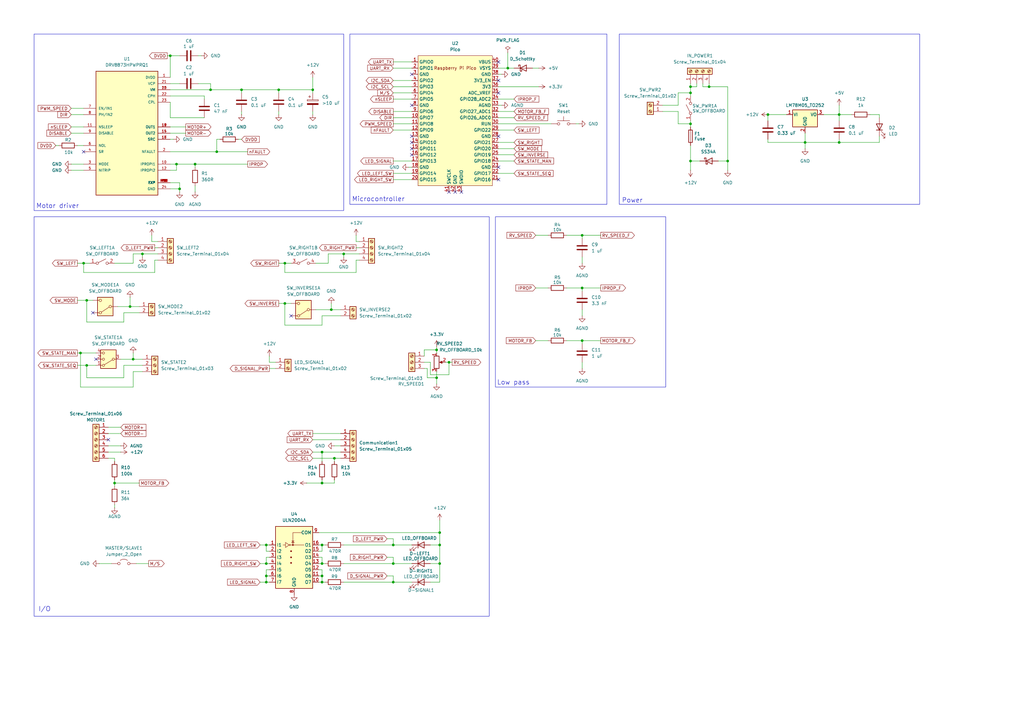
<source format=kicad_sch>
(kicad_sch (version 20231120) (generator "eeschema") (generator_version "8.0")
  (paper "A3")
  (junction (at 238.76 118.11))
  (junction (at 46.99 198.12))
  (junction (at 161.29 238.76))
  (junction (at 180.34 218.44))
  (junction (at 73.66 77.47))
  (junction (at 132.08 238.76))
  (junction (at 179.07 154.94))
  (junction (at 283.21 35.56))
  (junction (at 72.39 67.31))
  (junction (at 238.76 139.7))
  (junction (at 283.21 50.8))
  (junction (at 116.84 124.46))
  (junction (at 114.3 36.83))
  (junction (at 132.08 236.22))
  (junction (at 99.06 36.83))
  (junction (at 86.36 36.83))
  (junction (at 109.22 231.14))
  (junction (at 132.08 185.42))
  (junction (at 35.56 149.86))
  (junction (at 184.15 148.59))
  (junction (at 35.56 123.19))
  (junction (at 161.29 223.52))
  (junction (at 314.96 46.99))
  (junction (at 283.21 38.1))
  (junction (at 69.85 22.86))
  (junction (at 137.16 187.96))
  (junction (at 80.01 67.31))
  (junction (at 109.22 223.52))
  (junction (at 109.22 238.76))
  (junction (at 53.34 125.73))
  (junction (at 34.29 107.95))
  (junction (at 54.61 147.32))
  (junction (at 161.29 231.14))
  (junction (at 132.08 231.14))
  (junction (at 109.22 236.22))
  (junction (at 140.97 104.14))
  (junction (at 344.17 58.42))
  (junction (at 132.08 198.12))
  (junction (at 238.76 96.52))
  (junction (at 180.34 231.14))
  (junction (at 290.83 35.56))
  (junction (at 58.42 104.14))
  (junction (at 283.21 66.04))
  (junction (at 344.17 46.99))
  (junction (at 132.08 223.52))
  (junction (at 33.02 144.78))
  (junction (at 179.07 143.51))
  (junction (at 88.9 62.23))
  (junction (at 116.84 107.95))
  (junction (at 330.2 58.42))
  (junction (at 208.28 27.94))
  (junction (at 135.89 127))
  (junction (at 128.27 36.83))
  (junction (at 180.34 223.52))
  (junction (at 298.45 66.04))
  (no_connect (at 204.47 55.88))
  (no_connect (at 119.38 129.54))
  (no_connect (at 168.91 55.88))
  (no_connect (at 186.69 78.74))
  (no_connect (at 168.91 63.5))
  (no_connect (at 189.23 78.74))
  (no_connect (at 38.1 128.27))
  (no_connect (at 39.37 147.32))
  (no_connect (at 34.29 62.23))
  (no_connect (at 204.47 73.66))
  (no_connect (at 168.91 30.48))
  (no_connect (at 168.91 58.42))
  (no_connect (at 204.47 38.1))
  (no_connect (at 204.47 68.58))
  (no_connect (at 204.47 25.4))
  (no_connect (at 168.91 43.18))
  (no_connect (at 184.15 78.74))
  (no_connect (at 44.45 180.34))
  (no_connect (at 204.47 33.02))
  (no_connect (at 168.91 60.96))
  (wire (pts (xy 161.29 48.26) (xy 168.91 48.26)))
  (wire (pts (xy 238.76 139.7) (xy 246.38 139.7)))
  (wire (pts (xy 116.84 107.95) (xy 116.84 111.76)))
  (wire (pts (xy 158.75 236.22) (xy 161.29 236.22)))
  (wire (pts (xy 128.27 38.1) (xy 128.27 36.83)))
  (wire (pts (xy 31.75 107.95) (xy 34.29 107.95)))
  (wire (pts (xy 360.68 55.88) (xy 360.68 58.42)))
  (wire (pts (xy 133.35 223.52) (xy 132.08 223.52)))
  (wire (pts (xy 128.27 177.8) (xy 139.7 177.8)))
  (wire (pts (xy 22.86 59.69) (xy 24.13 59.69)))
  (wire (pts (xy 180.34 223.52) (xy 180.34 218.44)))
  (wire (pts (xy 238.76 118.11) (xy 246.38 118.11)))
  (wire (pts (xy 109.22 231.14) (xy 110.49 231.14)))
  (wire (pts (xy 161.29 71.12) (xy 168.91 71.12)))
  (wire (pts (xy 116.84 124.46) (xy 119.38 124.46)))
  (wire (pts (xy 140.97 104.14) (xy 147.32 104.14)))
  (wire (pts (xy 50.8 128.27) (xy 50.8 132.08)))
  (wire (pts (xy 69.85 22.86) (xy 69.85 31.75)))
  (wire (pts (xy 69.85 74.93) (xy 73.66 74.93)))
  (wire (pts (xy 278.13 45.72) (xy 278.13 50.8)))
  (wire (pts (xy 184.15 148.59) (xy 185.42 148.59)))
  (wire (pts (xy 29.21 46.99) (xy 34.29 46.99)))
  (wire (pts (xy 109.22 226.06) (xy 109.22 223.52)))
  (wire (pts (xy 36.83 107.95) (xy 34.29 107.95)))
  (wire (pts (xy 132.08 196.85) (xy 132.08 198.12)))
  (wire (pts (xy 161.29 231.14) (xy 168.91 231.14)))
  (wire (pts (xy 109.22 238.76) (xy 110.49 238.76)))
  (wire (pts (xy 132.08 185.42) (xy 132.08 189.23)))
  (wire (pts (xy 238.76 118.11) (xy 238.76 119.38)))
  (wire (pts (xy 62.23 96.52) (xy 62.23 99.06)))
  (wire (pts (xy 175.26 154.94) (xy 179.07 154.94)))
  (wire (pts (xy 238.76 96.52) (xy 238.76 97.79)))
  (wire (pts (xy 146.05 111.76) (xy 146.05 106.68)))
  (wire (pts (xy 69.85 39.37) (xy 83.82 39.37)))
  (wire (pts (xy 99.06 36.83) (xy 114.3 36.83)))
  (wire (pts (xy 110.49 236.22) (xy 109.22 236.22)))
  (wire (pts (xy 40.64 231.14) (xy 45.72 231.14)))
  (wire (pts (xy 271.78 45.72) (xy 278.13 45.72)))
  (wire (pts (xy 54.61 107.95) (xy 54.61 104.14)))
  (wire (pts (xy 134.62 104.14) (xy 134.62 107.95)))
  (wire (pts (xy 35.56 132.08) (xy 35.56 123.19)))
  (wire (pts (xy 176.53 238.76) (xy 180.34 238.76)))
  (wire (pts (xy 175.26 151.13) (xy 175.26 154.94)))
  (wire (pts (xy 204.47 71.12) (xy 210.82 71.12)))
  (wire (pts (xy 161.29 220.98) (xy 161.29 223.52)))
  (wire (pts (xy 173.99 148.59) (xy 176.53 148.59)))
  (wire (pts (xy 110.49 146.05) (xy 110.49 148.59)))
  (wire (pts (xy 137.16 187.96) (xy 137.16 189.23)))
  (wire (pts (xy 69.85 52.07) (xy 76.2 52.07)))
  (wire (pts (xy 238.76 148.59) (xy 238.76 151.13)))
  (wire (pts (xy 63.5 111.76) (xy 63.5 106.68)))
  (wire (pts (xy 139.7 129.54) (xy 132.08 129.54)))
  (wire (pts (xy 238.76 96.52) (xy 246.38 96.52)))
  (wire (pts (xy 288.29 35.56) (xy 290.83 35.56)))
  (wire (pts (xy 53.34 121.92) (xy 53.34 125.73)))
  (wire (pts (xy 283.21 38.1) (xy 283.21 39.37)))
  (wire (pts (xy 236.22 50.8) (xy 237.49 50.8)))
  (wire (pts (xy 132.08 231.14) (xy 133.35 231.14)))
  (wire (pts (xy 344.17 58.42) (xy 360.68 58.42)))
  (wire (pts (xy 46.99 207.01) (xy 46.99 208.28)))
  (wire (pts (xy 46.99 189.23) (xy 46.99 187.96)))
  (wire (pts (xy 167.64 68.58) (xy 168.91 68.58)))
  (wire (pts (xy 55.88 231.14) (xy 60.96 231.14)))
  (wire (pts (xy 130.81 226.06) (xy 132.08 226.06)))
  (wire (pts (xy 73.66 77.47) (xy 69.85 77.47)))
  (wire (pts (xy 130.81 218.44) (xy 180.34 218.44)))
  (wire (pts (xy 161.29 228.6) (xy 161.29 231.14)))
  (wire (pts (xy 99.06 45.72) (xy 99.06 46.99)))
  (wire (pts (xy 109.22 228.6) (xy 109.22 231.14)))
  (wire (pts (xy 128.27 180.34) (xy 139.7 180.34)))
  (wire (pts (xy 73.66 77.47) (xy 73.66 78.74)))
  (wire (pts (xy 132.08 228.6) (xy 132.08 231.14)))
  (wire (pts (xy 238.76 127) (xy 238.76 129.54)))
  (wire (pts (xy 125.73 198.12) (xy 132.08 198.12)))
  (wire (pts (xy 344.17 46.99) (xy 349.25 46.99)))
  (wire (pts (xy 219.71 139.7) (xy 224.79 139.7)))
  (wire (pts (xy 278.13 43.18) (xy 278.13 38.1)))
  (wire (pts (xy 128.27 187.96) (xy 137.16 187.96)))
  (wire (pts (xy 135.89 127) (xy 139.7 127)))
  (wire (pts (xy 161.29 238.76) (xy 168.91 238.76)))
  (wire (pts (xy 29.21 54.61) (xy 34.29 54.61)))
  (wire (pts (xy 285.75 34.29) (xy 285.75 35.56)))
  (wire (pts (xy 314.96 46.99) (xy 314.96 49.53)))
  (wire (pts (xy 130.81 223.52) (xy 132.08 223.52)))
  (wire (pts (xy 180.34 238.76) (xy 180.34 231.14)))
  (wire (pts (xy 204.47 50.8) (xy 226.06 50.8)))
  (wire (pts (xy 173.99 151.13) (xy 175.26 151.13)))
  (wire (pts (xy 238.76 139.7) (xy 238.76 140.97)))
  (wire (pts (xy 114.3 36.83) (xy 114.3 38.1)))
  (wire (pts (xy 31.75 144.78) (xy 33.02 144.78)))
  (wire (pts (xy 81.28 22.86) (xy 82.55 22.86)))
  (wire (pts (xy 72.39 67.31) (xy 80.01 67.31)))
  (wire (pts (xy 54.61 152.4) (xy 54.61 158.75)))
  (wire (pts (xy 119.38 107.95) (xy 116.84 107.95)))
  (wire (pts (xy 161.29 27.94) (xy 168.91 27.94)))
  (wire (pts (xy 68.58 22.86) (xy 69.85 22.86)))
  (wire (pts (xy 69.85 62.23) (xy 88.9 62.23)))
  (wire (pts (xy 132.08 198.12) (xy 137.16 198.12)))
  (wire (pts (xy 204.47 43.18) (xy 205.74 43.18)))
  (wire (pts (xy 137.16 198.12) (xy 137.16 196.85)))
  (wire (pts (xy 53.34 125.73) (xy 57.15 125.73)))
  (wire (pts (xy 69.85 54.61) (xy 76.2 54.61)))
  (wire (pts (xy 54.61 147.32) (xy 58.42 147.32)))
  (wire (pts (xy 140.97 104.14) (xy 140.97 105.41)))
  (wire (pts (xy 146.05 106.68) (xy 147.32 106.68)))
  (wire (pts (xy 34.29 111.76) (xy 63.5 111.76)))
  (wire (pts (xy 161.29 73.66) (xy 168.91 73.66)))
  (wire (pts (xy 44.45 185.42) (xy 49.53 185.42)))
  (wire (pts (xy 161.29 45.72) (xy 168.91 45.72)))
  (wire (pts (xy 69.85 48.26) (xy 69.85 41.91)))
  (wire (pts (xy 204.47 40.64) (xy 210.82 40.64)))
  (wire (pts (xy 130.81 233.68) (xy 132.08 233.68)))
  (wire (pts (xy 137.16 187.96) (xy 139.7 187.96)))
  (wire (pts (xy 31.75 123.19) (xy 35.56 123.19)))
  (wire (pts (xy 46.99 187.96) (xy 44.45 187.96)))
  (wire (pts (xy 88.9 57.15) (xy 88.9 62.23)))
  (wire (pts (xy 344.17 43.18) (xy 344.17 46.99)))
  (wire (pts (xy 294.64 66.04) (xy 298.45 66.04)))
  (wire (pts (xy 128.27 31.75) (xy 128.27 36.83)))
  (wire (pts (xy 35.56 149.86) (xy 39.37 149.86)))
  (wire (pts (xy 360.68 46.99) (xy 360.68 48.26)))
  (wire (pts (xy 58.42 149.86) (xy 50.8 149.86)))
  (wire (pts (xy 81.28 34.29) (xy 86.36 34.29)))
  (wire (pts (xy 54.61 104.14) (xy 58.42 104.14)))
  (wire (pts (xy 106.68 231.14) (xy 109.22 231.14)))
  (wire (pts (xy 46.99 198.12) (xy 46.99 199.39)))
  (wire (pts (xy 97.79 57.15) (xy 99.06 57.15)))
  (wire (pts (xy 69.85 67.31) (xy 72.39 67.31)))
  (wire (pts (xy 179.07 143.51) (xy 179.07 144.78)))
  (wire (pts (xy 283.21 50.8) (xy 283.21 52.07)))
  (wire (pts (xy 130.81 231.14) (xy 132.08 231.14)))
  (wire (pts (xy 238.76 105.41) (xy 238.76 107.95)))
  (wire (pts (xy 50.8 132.08) (xy 35.56 132.08)))
  (wire (pts (xy 58.42 104.14) (xy 64.77 104.14)))
  (wire (pts (xy 109.22 233.68) (xy 109.22 236.22)))
  (wire (pts (xy 322.58 46.99) (xy 314.96 46.99)))
  (wire (pts (xy 283.21 66.04) (xy 283.21 69.85)))
  (wire (pts (xy 161.29 53.34) (xy 168.91 53.34)))
  (wire (pts (xy 161.29 40.64) (xy 168.91 40.64)))
  (wire (pts (xy 176.53 148.59) (xy 176.53 153.67)))
  (wire (pts (xy 298.45 66.04) (xy 298.45 69.85)))
  (wire (pts (xy 114.3 124.46) (xy 116.84 124.46)))
  (wire (pts (xy 219.71 118.11) (xy 224.79 118.11)))
  (wire (pts (xy 161.29 33.02) (xy 168.91 33.02)))
  (wire (pts (xy 208.28 27.94) (xy 210.82 27.94)))
  (wire (pts (xy 106.68 238.76) (xy 109.22 238.76)))
  (wire (pts (xy 80.01 68.58) (xy 80.01 67.31)))
  (wire (pts (xy 204.47 63.5) (xy 210.82 63.5)))
  (wire (pts (xy 134.62 104.14) (xy 140.97 104.14)))
  (wire (pts (xy 54.61 144.78) (xy 54.61 147.32)))
  (wire (pts (xy 129.54 107.95) (xy 134.62 107.95)))
  (wire (pts (xy 135.89 124.46) (xy 135.89 127)))
  (wire (pts (xy 204.47 48.26) (xy 210.82 48.26)))
  (wire (pts (xy 204.47 27.94) (xy 208.28 27.94)))
  (wire (pts (xy 114.3 36.83) (xy 128.27 36.83)))
  (wire (pts (xy 31.75 149.86) (xy 35.56 149.86)))
  (wire (pts (xy 161.29 223.52) (xy 168.91 223.52)))
  (wire (pts (xy 132.08 238.76) (xy 133.35 238.76)))
  (wire (pts (xy 80.01 78.74) (xy 80.01 76.2)))
  (wire (pts (xy 146.05 96.52) (xy 146.05 99.06)))
  (wire (pts (xy 58.42 152.4) (xy 54.61 152.4)))
  (wire (pts (xy 176.53 231.14) (xy 180.34 231.14)))
  (wire (pts (xy 161.29 236.22) (xy 161.29 238.76)))
  (wire (pts (xy 278.13 38.1) (xy 283.21 38.1)))
  (wire (pts (xy 69.85 36.83) (xy 86.36 36.83)))
  (wire (pts (xy 179.07 154.94) (xy 179.07 157.48)))
  (wire (pts (xy 58.42 104.14) (xy 58.42 105.41)))
  (wire (pts (xy 109.22 223.52) (xy 110.49 223.52)))
  (wire (pts (xy 72.39 69.85) (xy 72.39 67.31)))
  (wire (pts (xy 204.47 58.42) (xy 210.82 58.42)))
  (wire (pts (xy 46.99 107.95) (xy 54.61 107.95)))
  (wire (pts (xy 109.22 236.22) (xy 109.22 238.76)))
  (wire (pts (xy 29.21 67.31) (xy 34.29 67.31)))
  (wire (pts (xy 232.41 118.11) (xy 238.76 118.11)))
  (wire (pts (xy 69.85 69.85) (xy 72.39 69.85)))
  (wire (pts (xy 219.71 96.52) (xy 224.79 96.52)))
  (wire (pts (xy 63.5 101.6) (xy 64.77 101.6)))
  (wire (pts (xy 283.21 35.56) (xy 283.21 38.1)))
  (wire (pts (xy 116.84 111.76) (xy 146.05 111.76)))
  (wire (pts (xy 35.56 123.19) (xy 38.1 123.19)))
  (wire (pts (xy 161.29 35.56) (xy 168.91 35.56)))
  (wire (pts (xy 132.08 236.22) (xy 132.08 238.76)))
  (wire (pts (xy 330.2 54.61) (xy 330.2 58.42)))
  (wire (pts (xy 50.8 154.94) (xy 35.56 154.94)))
  (wire (pts (xy 173.99 143.51) (xy 179.07 143.51)))
  (wire (pts (xy 204.47 30.48) (xy 205.74 30.48)))
  (wire (pts (xy 271.78 43.18) (xy 278.13 43.18)))
  (wire (pts (xy 184.15 153.67) (xy 184.15 148.59)))
  (wire (pts (xy 44.45 175.26) (xy 49.53 175.26)))
  (wire (pts (xy 298.45 35.56) (xy 290.83 35.56)))
  (wire (pts (xy 283.21 34.29) (xy 283.21 35.56)))
  (wire (pts (xy 204.47 66.04) (xy 210.82 66.04)))
  (wire (pts (xy 63.5 106.68) (xy 64.77 106.68)))
  (wire (pts (xy 31.75 59.69) (xy 34.29 59.69)))
  (wire (pts (xy 140.97 223.52) (xy 161.29 223.52)))
  (wire (pts (xy 128.27 45.72) (xy 128.27 46.99)))
  (wire (pts (xy 314.96 58.42) (xy 330.2 58.42)))
  (wire (pts (xy 290.83 34.29) (xy 290.83 35.56)))
  (wire (pts (xy 132.08 223.52) (xy 132.08 226.06)))
  (wire (pts (xy 180.34 213.36) (xy 180.34 218.44)))
  (wire (pts (xy 314.96 58.42) (xy 314.96 57.15)))
  (wire (pts (xy 132.08 233.68) (xy 132.08 236.22)))
  (wire (pts (xy 132.08 185.42) (xy 139.7 185.42)))
  (wire (pts (xy 69.85 34.29) (xy 73.66 34.29)))
  (wire (pts (xy 176.53 223.52) (xy 180.34 223.52)))
  (wire (pts (xy 48.26 125.73) (xy 53.34 125.73)))
  (wire (pts (xy 283.21 66.04) (xy 287.02 66.04)))
  (wire (pts (xy 161.29 50.8) (xy 168.91 50.8)))
  (wire (pts (xy 44.45 182.88) (xy 49.53 182.88)))
  (wire (pts (xy 132.08 129.54) (xy 132.08 133.35)))
  (wire (pts (xy 298.45 35.56) (xy 298.45 66.04)))
  (wire (pts (xy 288.29 34.29) (xy 288.29 35.56)))
  (wire (pts (xy 33.02 144.78) (xy 39.37 144.78)))
  (wire (pts (xy 337.82 46.99) (xy 344.17 46.99)))
  (wire (pts (xy 62.23 99.06) (xy 64.77 99.06)))
  (wire (pts (xy 232.41 96.52) (xy 238.76 96.52)))
  (wire (pts (xy 204.47 35.56) (xy 220.98 35.56)))
  (wire (pts (xy 114.3 107.95) (xy 116.84 107.95)))
  (wire (pts (xy 161.29 66.04) (xy 168.91 66.04)))
  (wire (pts (xy 182.88 148.59) (xy 184.15 148.59)))
  (wire (pts (xy 29.21 52.07) (xy 34.29 52.07)))
  (wire (pts (xy 33.02 158.75) (xy 33.02 144.78)))
  (wire (pts (xy 356.87 46.99) (xy 360.68 46.99)))
  (wire (pts (xy 330.2 60.96) (xy 330.2 58.42)))
  (wire (pts (xy 158.75 220.98) (xy 161.29 220.98)))
  (wire (pts (xy 86.36 36.83) (xy 99.06 36.83)))
  (wire (pts (xy 69.85 22.86) (xy 73.66 22.86)))
  (wire (pts (xy 50.8 149.86) (xy 50.8 154.94)))
  (wire (pts (xy 137.16 182.88) (xy 139.7 182.88)))
  (wire (pts (xy 46.99 198.12) (xy 57.15 198.12)))
  (wire (pts (xy 88.9 62.23) (xy 101.6 62.23)))
  (wire (pts (xy 110.49 148.59) (xy 113.03 148.59)))
  (wire (pts (xy 204.47 45.72) (xy 210.82 45.72)))
  (wire (pts (xy 130.81 228.6) (xy 132.08 228.6)))
  (wire (pts (xy 204.47 53.34) (xy 210.82 53.34)))
  (wire (pts (xy 180.34 231.14) (xy 180.34 223.52)))
  (wire (pts (xy 330.2 58.42) (xy 344.17 58.42)))
  (wire (pts (xy 283.21 49.53) (xy 283.21 50.8)))
  (wire (pts (xy 179.07 142.24) (xy 179.07 143.51)))
  (wire (pts (xy 106.68 223.52) (xy 109.22 223.52)))
  (wire (pts (xy 110.49 151.13) (xy 113.03 151.13)))
  (wire (pts (xy 54.61 158.75) (xy 33.02 158.75)))
  (wire (pts (xy 140.97 231.14) (xy 161.29 231.14)))
  (wire (pts (xy 110.49 226.06) (xy 109.22 226.06)))
  (wire (pts (xy 57.15 128.27) (xy 50.8 128.27)))
  (wire (pts (xy 116.84 124.46) (xy 116.84 133.35)))
  (wire (pts (xy 129.54 127) (xy 135.89 127)))
  (wire (pts (xy 161.29 38.1) (xy 168.91 38.1)))
  (wire (pts (xy 146.05 99.06) (xy 147.32 99.06)))
  (wire (pts (xy 71.12 57.15) (xy 69.85 57.15)))
  (wire (pts (xy 114.3 45.72) (xy 114.3 46.99)))
  (wire (pts (xy 146.05 101.6) (xy 147.32 101.6)))
  (wire (pts (xy 204.47 60.96) (xy 210.82 60.96)))
  (wire (pts (xy 49.53 147.32) (xy 54.61 147.32)))
  (wire (pts (xy 90.17 57.15) (xy 88.9 57.15)))
  (wire (pts (xy 99.06 38.1) (xy 99.06 36.83)))
  (wire (pts (xy 83.82 39.37) (xy 83.82 40.64)))
  (wire (pts (xy 344.17 49.53) (xy 344.17 46.99)))
  (wire (pts (xy 140.97 238.76) (xy 161.29 238.76)))
  (wire (pts (xy 176.53 153.67) (xy 184.15 153.67)))
  (wire (pts (xy 110.49 233.68) (xy 109.22 233.68)))
  (wire (pts (xy 130.81 238.76) (xy 132.08 238.76)))
  (wire (pts (xy 73.66 74.93) (xy 73.66 77.47)))
  (wire (pts (xy 179.07 152.4) (xy 179.07 154.94)))
  (wire (pts (xy 283.21 35.56) (xy 285.75 35.56)))
  (wire (pts (xy 110.49 228.6) (xy 109.22 228.6)))
  (wire (pts (xy 158.75 228.6) (xy 161.29 228.6)))
  (wire (pts (xy 130.81 236.22) (xy 132.08 236.22)))
  (wire (pts (xy 232.41 139.7) (xy 238.76 139.7)))
  (wire (pts (xy 283.21 66.04) (xy 283.21 59.69)))
  (wire (pts (xy 80.01 67.31) (xy 101.6 67.31)))
  (wire (pts (xy 344.17 58.42) (xy 344.17 57.15)))
  (wire (pts (xy 208.28 21.59) (xy 208.28 27.94)))
  (wire (pts (xy 29.21 69.85) (xy 34.29 69.85)))
  (wire (pts (xy 218.44 27.94) (xy 220.98 27.94)))
  (wire (pts (xy 35.56 154.94) (xy 35.56 149.86)))
  (wire (pts (xy 278.13 50.8) (xy 283.21 50.8)))
  (wire (pts (xy 46.99 196.85) (xy 46.99 198.12)))
  (wire (pts (xy 128.27 185.42) (xy 132.08 185.42)))
  (wire (pts (xy 161.29 25.4) (xy 168.91 25.4)))
  (wire (pts (xy 86.36 34.29) (xy 86.36 36.83)))
  (wire (pts (xy 34.29 107.95) (xy 34.29 111.76)))
  (wire (pts (xy 116.84 133.35) (xy 132.08 133.35)))
  (wire (pts (xy 83.82 48.26) (xy 69.85 48.26)))
  (wire (pts (xy 29.21 44.45) (xy 34.29 44.45)))
  (wire (pts (xy 173.99 146.05) (xy 173.99 143.51)))
  (wire (pts (xy 44.45 177.8) (xy 49.53 177.8)))
  (rectangle (start 13.97 88.9) (end 200.66 252.73))
  (rectangle (start 13.97 13.97) (end 140.97 86.36))
  (rectangle (start 143.51 13.97) (end 248.92 83.82))
  (rectangle (start 203.2 88.9) (end 273.05 158.75))
  (rectangle (start 254 13.97) (end 377.19 83.82))
  (text "Low pass\n" (at 210.566 156.972 0) (effects (font (size 1.905 1.905))))
  (text "Microcontroller\n" (at 155.194 81.788 0) (effects (font (size 1.905 1.905))))
  (text "Power\n" (at 259.334 82.296 0) (effects (font (size 1.905 1.905))))
  (text "Motor driver\n" (at 23.622 84.582 0) (effects (font (size 1.905 1.905))))
  (text "I/O\n" (at 18.288 249.936 0) (effects (font (size 1.905 1.905))))
  (global_label "MOTOR_FB_F" (shape output) (at 246.38 139.7 0) (property "Intersheetrefs" "${INTERSHEET_REFS}" (effects (hide yes))))
  (global_label "DIR" (shape output) (at 161.29 48.26 180) (property "Intersheetrefs" "${INTERSHEET_REFS}" (effects (hide yes))))
  (global_label "SW_LEFT" (shape input) (at 210.82 53.34 0) (property "Intersheetrefs" "${INTERSHEET_REFS}" (effects (hide yes))))
  (global_label "RV_SPEED" (shape output) (at 185.42 148.59 0) (property "Intersheetrefs" "${INTERSHEET_REFS}" (effects (hide yes))))
  (global_label "MOTOR-" (shape input) (at 49.53 177.8 0) (property "Intersheetrefs" "${INTERSHEET_REFS}" (effects (hide yes))))
  (global_label "MOTOR_FB_F" (shape input) (at 210.82 45.72 0) (property "Intersheetrefs" "${INTERSHEET_REFS}" (effects (hide yes))))
  (global_label "D_SIGNAL_PWR" (shape input) (at 158.75 236.22 180) (property "Intersheetrefs" "${INTERSHEET_REFS}" (effects (hide yes))))
  (global_label "I2C_SDA" (shape bidirectional) (at 161.29 33.02 180) (property "Intersheetrefs" "${INTERSHEET_REFS}" (effects (hide yes))))
  (global_label "RV_SPEED_F" (shape output) (at 246.38 96.52 0) (property "Intersheetrefs" "${INTERSHEET_REFS}" (effects (hide yes))))
  (global_label "LED_SIGNAL" (shape input) (at 106.68 238.76 180) (property "Intersheetrefs" "${INTERSHEET_REFS}" (effects (hide yes))))
  (global_label "I2C_SCL" (shape bidirectional) (at 128.27 187.96 180) (property "Intersheetrefs" "${INTERSHEET_REFS}" (effects (hide yes))))
  (global_label "MOTOR_FB" (shape input) (at 219.71 139.7 180) (property "Intersheetrefs" "${INTERSHEET_REFS}" (effects (hide yes))))
  (global_label "DVDD" (shape input) (at 22.86 59.69 180) (property "Intersheetrefs" "${INTERSHEET_REFS}" (effects (hide yes))))
  (global_label "IPROP_F" (shape output) (at 246.38 118.11 0) (property "Intersheetrefs" "${INTERSHEET_REFS}" (effects (hide yes))))
  (global_label "UART_RX" (shape input) (at 161.29 27.94 180) (property "Intersheetrefs" "${INTERSHEET_REFS}" (effects (hide yes))))
  (global_label "I2C_SCL" (shape bidirectional) (at 161.29 35.56 180) (property "Intersheetrefs" "${INTERSHEET_REFS}" (effects (hide yes))))
  (global_label "DIR" (shape input) (at 29.21 46.99 180) (property "Intersheetrefs" "${INTERSHEET_REFS}" (effects (hide yes))))
  (global_label "M{slash}S" (shape output) (at 60.96 231.14 0) (property "Intersheetrefs" "${INTERSHEET_REFS}" (effects (hide yes))))
  (global_label "UART_RX" (shape input) (at 128.27 180.34 180) (property "Intersheetrefs" "${INTERSHEET_REFS}" (effects (hide yes))))
  (global_label "SW_STATE_SEQ" (shape input) (at 210.82 71.12 0) (property "Intersheetrefs" "${INTERSHEET_REFS}" (effects (hide yes))))
  (global_label "IPROP_F" (shape input) (at 210.82 40.64 0) (property "Intersheetrefs" "${INTERSHEET_REFS}" (effects (hide yes))))
  (global_label "PWM_SPEED" (shape output) (at 161.29 50.8 180) (property "Intersheetrefs" "${INTERSHEET_REFS}" (effects (hide yes))))
  (global_label "LED_RIGHT_SW" (shape output) (at 161.29 73.66 180) (property "Intersheetrefs" "${INTERSHEET_REFS}" (effects (hide yes))))
  (global_label "MOTOR_FB" (shape output) (at 57.15 198.12 0) (property "Intersheetrefs" "${INTERSHEET_REFS}" (effects (hide yes))))
  (global_label "PWM_SPEED" (shape input) (at 29.21 44.45 180) (property "Intersheetrefs" "${INTERSHEET_REFS}" (effects (hide yes))))
  (global_label "LED_SIGNAL" (shape output) (at 161.29 66.04 180) (property "Intersheetrefs" "${INTERSHEET_REFS}" (effects (hide yes))))
  (global_label "SW_LEFT" (shape output) (at 31.75 107.95 180) (property "Intersheetrefs" "${INTERSHEET_REFS}" (effects (hide yes))))
  (global_label "nSLEEP" (shape output) (at 161.29 40.64 180) (property "Intersheetrefs" "${INTERSHEET_REFS}" (effects (hide yes))))
  (global_label "nSLEEP" (shape input) (at 29.21 52.07 180) (property "Intersheetrefs" "${INTERSHEET_REFS}" (effects (hide yes))))
  (global_label "DVDD" (shape input) (at 99.06 57.15 0) (property "Intersheetrefs" "${INTERSHEET_REFS}" (effects (hide yes))))
  (global_label "M{slash}S" (shape input) (at 161.29 38.1 180) (property "Intersheetrefs" "${INTERSHEET_REFS}" (effects (hide yes))))
  (global_label "D_LEFT_PWR" (shape output) (at 63.5 101.6 180) (property "Intersheetrefs" "${INTERSHEET_REFS}" (effects (hide yes))))
  (global_label "D_RIGHT_PWR" (shape output) (at 146.05 101.6 180) (property "Intersheetrefs" "${INTERSHEET_REFS}" (effects (hide yes))))
  (global_label "SW_RIGHT" (shape output) (at 114.3 107.95 180) (property "Intersheetrefs" "${INTERSHEET_REFS}" (effects (hide yes))))
  (global_label "RV_SPEED_F" (shape input) (at 210.82 48.26 0) (property "Intersheetrefs" "${INTERSHEET_REFS}" (effects (hide yes))))
  (global_label "IPROP" (shape input) (at 219.71 118.11 180) (property "Intersheetrefs" "${INTERSHEET_REFS}" (effects (hide yes))))
  (global_label "SW_INVERSE" (shape output) (at 114.3 124.46 180) (property "Intersheetrefs" "${INTERSHEET_REFS}" (effects (hide yes))))
  (global_label "LED_LEFT_SW" (shape output) (at 161.29 71.12 180) (property "Intersheetrefs" "${INTERSHEET_REFS}" (effects (hide yes))))
  (global_label "SW_INVERSE" (shape input) (at 210.82 63.5 0) (property "Intersheetrefs" "${INTERSHEET_REFS}" (effects (hide yes))))
  (global_label "IPROP" (shape output) (at 101.6 67.31 0) (property "Intersheetrefs" "${INTERSHEET_REFS}" (effects (hide yes))))
  (global_label "UART_TX" (shape output) (at 161.29 25.4 180) (property "Intersheetrefs" "${INTERSHEET_REFS}" (effects (hide yes))))
  (global_label "SW_MODE" (shape output) (at 31.75 123.19 180) (property "Intersheetrefs" "${INTERSHEET_REFS}" (effects (hide yes))))
  (global_label "LED_LEFT_SW" (shape input) (at 106.68 223.52 180) (property "Intersheetrefs" "${INTERSHEET_REFS}" (effects (hide yes))))
  (global_label "D_RIGHT_PWR" (shape input) (at 158.75 228.6 180) (property "Intersheetrefs" "${INTERSHEET_REFS}" (effects (hide yes))))
  (global_label "D_SIGNAL_PWR" (shape output) (at 110.49 151.13 180) (property "Intersheetrefs" "${INTERSHEET_REFS}" (effects (hide yes))))
  (global_label "DISABLE" (shape output) (at 161.29 45.72 180) (property "Intersheetrefs" "${INTERSHEET_REFS}" (effects (hide yes))))
  (global_label "nFAULT" (shape output) (at 101.6 62.23 0) (property "Intersheetrefs" "${INTERSHEET_REFS}" (effects (hide yes))))
  (global_label "SW_STATE_SEQ" (shape output) (at 31.75 149.86 180) (property "Intersheetrefs" "${INTERSHEET_REFS}" (effects (hide yes))))
  (global_label "LED_RIGHT_SW" (shape input) (at 106.68 231.14 180) (property "Intersheetrefs" "${INTERSHEET_REFS}" (effects (hide yes))))
  (global_label "MOTOR+" (shape output) (at 76.2 52.07 0) (property "Intersheetrefs" "${INTERSHEET_REFS}" (effects (hide yes))))
  (global_label "SW_STATE_MAN" (shape input) (at 210.82 66.04 0) (property "Intersheetrefs" "${INTERSHEET_REFS}" (effects (hide yes))))
  (global_label "DVDD" (shape output) (at 68.58 22.86 180) (property "Intersheetrefs" "${INTERSHEET_REFS}" (effects (hide yes))))
  (global_label "I2C_SDA" (shape bidirectional) (at 128.27 185.42 180) (property "Intersheetrefs" "${INTERSHEET_REFS}" (effects (hide yes))))
  (global_label "MOTOR+" (shape input) (at 49.53 175.26 0) (property "Intersheetrefs" "${INTERSHEET_REFS}" (effects (hide yes))))
  (global_label "RV_SPEED" (shape input) (at 219.71 96.52 180) (property "Intersheetrefs" "${INTERSHEET_REFS}" (effects (hide yes))))
  (global_label "nFAULT" (shape input) (at 161.29 53.34 180) (property "Intersheetrefs" "${INTERSHEET_REFS}" (effects (hide yes))))
  (global_label "DISABLE" (shape input) (at 29.21 54.61 180) (property "Intersheetrefs" "${INTERSHEET_REFS}" (effects (hide yes))))
  (global_label "SW_RIGHT" (shape input) (at 210.82 58.42 0) (property "Intersheetrefs" "${INTERSHEET_REFS}" (effects (hide yes))))
  (global_label "SW_MODE" (shape input) (at 210.82 60.96 0) (property "Intersheetrefs" "${INTERSHEET_REFS}" (effects (hide yes))))
  (global_label "D_LEFT_PWR" (shape input) (at 158.75 220.98 180) (property "Intersheetrefs" "${INTERSHEET_REFS}" (effects (hide yes))))
  (global_label "SW_STATE_MAN" (shape output) (at 31.75 144.78 180) (property "Intersheetrefs" "${INTERSHEET_REFS}" (effects (hide yes))))
  (global_label "MOTOR-" (shape output) (at 76.2 54.61 0) (property "Intersheetrefs" "${INTERSHEET_REFS}" (effects (hide yes))))
  (global_label "UART_TX" (shape output) (at 128.27 177.8 180) (property "Intersheetrefs" "${INTERSHEET_REFS}" (effects (hide yes))))
  (symbol (lib_id "power:GND1") (at 238.76 107.95 0) (unit 1)
    (property "Reference" "#PWR019" (effects (hide yes)))
    (property "Value" "AGND" (at 238.76 113.03 0))
    (property "Description" "Power symbol creates a global label with name \"GND1\" , ground" (effects (hide yes)))
  )
  (symbol (lib_id "Device:R") (at 228.6 118.11 270) (unit 1)
    (property "Reference" "R5" (at 228.6 113.792 90))
    (property "Value" "10k" (at 228.6 115.824 90))
    (property "Footprint" "Resistor_SMD:R_1206_3216Metric_Pad1.30x1.75mm_HandSolder" (effects (hide yes)))
    (property "Description" "Resistor" (effects (hide yes)))
  )
  (symbol (lib_id "Device:C") (at 314.96 53.34 0) (unit 1)
    (property "Reference" "C7" (at 318.77 52.0699 0) (effects (justify left)))
    (property "Value" "0.33 uF" (at 318.77 54.6099 0) (effects (justify left)))
    (property "Footprint" "Capacitor_SMD:C_1206_3216Metric_Pad1.33x1.80mm_HandSolder" (effects (hide yes)))
    (property "Description" "Unpolarized capacitor" (effects (hide yes)))
  )
  (symbol (lib_id "Connector:Screw_Terminal_01x02") (at 118.11 148.59 0) (unit 1)
    (property "Reference" "LED_SIGNAL1" (at 120.65 148.5899 0) (effects (justify left)))
    (property "Value" "Screw_Terminal_01x02" (at 120.65 151.1299 0) (effects (justify left)))
    (property "Footprint" "TerminalBlock_MetzConnect:TerminalBlock_MetzConnect_Type101_RT01602HBWC_1x02_P5.08mm_Horizontal" (effects (hide yes)))
    (property "Description" "Generic screw terminal, single row, 01x02, script generated (kicad-library-utils/schlib/autogen/connector/)" (effects (hide yes)))
  )
  (symbol (lib_id "power:GND") (at 53.34 121.92 180) (unit 1)
    (property "Reference" "#PWR027" (effects (hide yes)))
    (property "Value" "GND" (at 53.34 116.84 0))
    (property "Description" "Power symbol creates a global label with name \"GND\" , ground" (effects (hide yes)))
  )
  (symbol (lib_id "Device:LED") (at 172.72 231.14 0) (unit 1)
    (property "Reference" "D-RIGHT1" (at 172.72 234.188 0))
    (property "Value" "LED_OFFBOARD" (at 172.466 229.108 0))
    (property "Description" "Light emitting diode" (effects (hide yes)))
    (property "DoNotPlace" "true" (effects (hide yes)))
  )
  (symbol (lib_id "Switch:SW_DP3T") (at 44.45 147.32 180) (unit 1)
    (property "Reference" "SW_STATE1" (at 44.45 138.43 0))
    (property "Value" "SW_OFFBOARD" (at 44.45 140.97 0))
    (property "Description" "Switch, three position, dual pole triple throw, 3 position switch, SP3T" (effects (hide yes)))
  )
  (symbol (lib_id "power:GND1") (at 238.76 129.54 0) (unit 1)
    (property "Reference" "#PWR023" (effects (hide yes)))
    (property "Value" "AGND" (at 238.76 134.62 0))
    (property "Description" "Power symbol creates a global label with name \"GND1\" , ground" (effects (hide yes)))
  )
  (symbol (lib_id "power:GND") (at 54.61 144.78 180) (unit 1)
    (property "Reference" "#PWR034" (effects (hide yes)))
    (property "Value" "GND" (at 54.61 139.7 0))
    (property "Description" "Power symbol creates a global label with name \"GND\" , ground" (effects (hide yes)))
  )
  (symbol (lib_id "power:GND") (at 29.21 67.31 270) (unit 1)
    (property "Reference" "#PWR07" (effects (hide yes)))
    (property "Value" "GND" (at 25.4 67.3099 90) (effects (justify right)))
    (property "Description" "Power symbol creates a global label with name \"GND\" , ground" (effects (hide yes)))
  )
  (symbol (lib_id "Device:R") (at 228.6 139.7 270) (unit 1)
    (property "Reference" "R6" (at 228.6 135.382 90))
    (property "Value" "10k" (at 228.6 137.414 90))
    (property "Footprint" "Resistor_SMD:R_1206_3216Metric_Pad1.30x1.75mm_HandSolder" (effects (hide yes)))
    (property "Description" "Resistor" (effects (hide yes)))
  )
  (symbol (lib_id "Connector:Screw_Terminal_01x04") (at 285.75 29.21 90) (unit 1)
    (property "Reference" "IN_POWER1" (at 287.02 22.86 90))
    (property "Value" "Screw_Terminal_01x04" (at 287.02 25.4 90))
    (property "Footprint" "TerminalBlock_MetzConnect:TerminalBlock_MetzConnect_Type101_RT01604HBWC_1x04_P5.08mm_Horizontal" (effects (hide yes)))
    (property "Description" "Generic screw terminal, single row, 01x04, script generated (kicad-library-utils/schlib/autogen/connector/)" (effects (hide yes)))
  )
  (symbol (lib_id "Switch:SW_DPST_x2") (at 41.91 107.95 0) (unit 1)
    (property "Reference" "SW_LEFT1" (at 41.91 101.6 0))
    (property "Value" "SW_OFFBOARD" (at 41.91 104.14 0))
    (property "Description" "Single Pole Single Throw (SPST) switch, separate symbol" (effects (hide yes)))
  )
  (symbol (lib_id "power:GND") (at 237.49 50.8 90) (unit 1)
    (property "Reference" "#PWR013" (effects (hide yes)))
    (property "Value" "GND" (at 241.3 50.7999 90) (effects (justify right)))
    (property "Description" "Power symbol creates a global label with name \"GND\" , ground" (effects (hide yes)))
  )
  (symbol (lib_id "power:GND1") (at 46.99 208.28 0) (unit 1)
    (property "Reference" "#PWR037" (effects (hide yes)))
    (property "Value" "AGND" (at 46.99 211.836 0))
    (property "Description" "Power symbol creates a global label with name \"GND1\" , ground" (effects (hide yes)))
  )
  (symbol (lib_id "Device:LED") (at 172.72 238.76 0) (unit 1)
    (property "Reference" "D-SIGNAL1" (at 172.72 242.062 0))
    (property "Value" "LED_OFFBOARD" (at 172.72 236.474 0))
    (property "Description" "Light emitting diode" (effects (hide yes)))
    (property "DoNotPlace" "true" (effects (hide yes)))
  )
  (symbol (lib_id "power:GND") (at 73.66 78.74 0) (unit 1)
    (property "Reference" "#PWR02" (effects (hide yes)))
    (property "Value" "GND" (at 73.66 83.82 0))
    (property "Description" "Power symbol creates a global label with name \"GND\" , ground" (effects (hide yes)))
  )
  (symbol (lib_id "Device:C") (at 114.3 41.91 0) (unit 1)
    (property "Reference" "C4" (at 118.11 40.6399 0) (effects (justify left)))
    (property "Value" "0.1 uF" (at 118.11 43.1799 0) (effects (justify left)))
    (property "Footprint" "Capacitor_SMD:C_1206_3216Metric_Pad1.33x1.80mm_HandSolder" (effects (hide yes)))
    (property "Description" "Unpolarized capacitor" (effects (hide yes)))
  )
  (symbol (lib_id "power:GND1") (at 238.76 151.13 0) (unit 1)
    (property "Reference" "#PWR024" (effects (hide yes)))
    (property "Value" "AGND" (at 238.76 156.21 0))
    (property "Description" "Power symbol creates a global label with name \"GND1\" , ground" (effects (hide yes)))
  )
  (symbol (lib_id "Switch:SW_DPST_x2") (at 124.46 107.95 0) (unit 2)
    (property "Reference" "SW_RIGHT1" (at 124.46 101.6 0))
    (property "Value" "SW_OFFBOARD" (at 124.46 104.14 0))
    (property "Description" "Single Pole Single Throw (SPST) switch, separate symbol" (effects (hide yes)))
  )
  (symbol (lib_id "power:GND") (at 114.3 46.99 0) (unit 1)
    (property "Reference" "#PWR05" (effects (hide yes)))
    (property "Value" "GND" (at 114.3 52.07 0))
    (property "Description" "Power symbol creates a global label with name \"GND\" , ground" (effects (hide yes)))
  )
  (symbol (lib_id "power:GND") (at 330.2 60.96 0) (unit 1)
    (property "Reference" "#PWR016" (effects (hide yes)))
    (property "Value" "GND" (at 330.2 66.04 0))
    (property "Description" "Power symbol creates a global label with name \"GND\" , ground" (effects (hide yes)))
  )
  (symbol (lib_id "Device:C") (at 83.82 44.45 0) (unit 1)
    (property "Reference" "C1" (at 87.63 43.1799 0) (effects (justify left)))
    (property "Value" "47 nF" (at 87.63 45.7199 0) (effects (justify left)))
    (property "Footprint" "Capacitor_SMD:C_1206_3216Metric_Pad1.33x1.80mm_HandSolder" (effects (hide yes)))
    (property "Description" "Unpolarized capacitor" (effects (hide yes)))
  )
  (symbol (lib_id "Device:R") (at 80.01 72.39 180) (unit 1)
    (property "Reference" "R1" (at 82.55 71.1199 0) (effects (justify right)))
    (property "Value" "360R" (at 82.55 73.6599 0) (effects (justify right)))
    (property "Footprint" "Resistor_SMD:R_1206_3216Metric_Pad1.30x1.75mm_HandSolder" (effects (hide yes)))
    (property "Description" "Resistor" (effects (hide yes)))
  )
  (symbol (lib_id "Jumper:Jumper_2_Open") (at 50.8 231.14 0) (unit 1) (exclude_from_sim yes)
    (property "Reference" "MASTER/SLAVE1" (at 50.8 224.79 0))
    (property "Value" "Jumper_2_Open" (at 50.8 227.33 0))
    (property "Footprint" "Connector_PinHeader_2.54mm:PinHeader_1x03_P2.54mm_Vertical" (effects (hide yes)))
    (property "Description" "Jumper, 2-pole, open" (effects (hide yes)))
  )
  (symbol (lib_id "Device:C") (at 238.76 144.78 0) (unit 1)
    (property "Reference" "C11" (at 242.57 143.5099 0) (effects (justify left)))
    (property "Value" "1 uF" (at 242.57 146.0499 0) (effects (justify left)))
    (property "Footprint" "Capacitor_SMD:C_1206_3216Metric_Pad1.33x1.80mm_HandSolder" (effects (hide yes)))
    (property "Description" "Unpolarized capacitor" (effects (hide yes)))
  )
  (symbol (lib_id "Connector:Screw_Terminal_01x04") (at 69.85 101.6 0) (unit 1)
    (property "Reference" "SW_LEFT2" (at 72.39 101.5999 0) (effects (justify left)))
    (property "Value" "Screw_Terminal_01x04" (at 72.39 104.1399 0) (effects (justify left)))
    (property "Footprint" "TerminalBlock_MetzConnect:TerminalBlock_MetzConnect_Type101_RT01604HBWC_1x04_P5.08mm_Horizontal" (effects (hide yes)))
    (property "Description" "Generic screw terminal, single row, 01x04, script generated (kicad-library-utils/schlib/autogen/connector/)" (effects (hide yes)))
  )
  (symbol (lib_id "power:GND") (at 29.21 69.85 270) (unit 1)
    (property "Reference" "#PWR010" (effects (hide yes)))
    (property "Value" "GND" (at 25.4 69.8499 90) (effects (justify right)))
    (property "Description" "Power symbol creates a global label with name \"GND\" , ground" (effects (hide yes)))
  )
  (symbol (lib_id "Device:C") (at 238.76 123.19 0) (unit 1)
    (property "Reference" "C10" (at 242.57 121.9199 0) (effects (justify left)))
    (property "Value" "3.3 nF" (at 242.57 124.4599 0) (effects (justify left)))
    (property "Footprint" "Capacitor_SMD:C_1206_3216Metric_Pad1.33x1.80mm_HandSolder" (effects (hide yes)))
    (property "Description" "Unpolarized capacitor" (effects (hide yes)))
  )
  (symbol (lib_id "power:VCC") (at 128.27 31.75 0) (unit 1)
    (property "Reference" "#PWR06" (effects (hide yes)))
    (property "Value" "+12V" (at 128.27 26.67 0))
    (property "Description" "Power symbol creates a global label with name \"VCC\"" (effects (hide yes)))
  )
  (symbol (lib_id "Device:R") (at 132.08 193.04 180) (unit 1)
    (property "Reference" "R14" (at 126.238 191.77 0) (effects (justify right)))
    (property "Value" "10k" (at 125.984 194.31 0) (effects (justify right)))
    (property "Footprint" "Resistor_SMD:R_1206_3216Metric_Pad1.30x1.75mm_HandSolder" (effects (hide yes)))
    (property "Description" "Resistor" (effects (hide yes)))
  )
  (symbol (lib_id "Device:C") (at 238.76 101.6 0) (unit 1)
    (property "Reference" "C9" (at 242.57 100.3299 0) (effects (justify left)))
    (property "Value" "1 uF" (at 242.57 102.8699 0) (effects (justify left)))
    (property "Footprint" "Capacitor_SMD:C_1206_3216Metric_Pad1.33x1.80mm_HandSolder" (effects (hide yes)))
    (property "Description" "Unpolarized capacitor" (effects (hide yes)))
  )
  (symbol (lib_id "Device:C_Polarized") (at 128.27 41.91 0) (unit 1)
    (property "Reference" "C5" (at 132.08 39.7509 0) (effects (justify left)))
    (property "Value" ">10 uF" (at 132.08 42.2909 0) (effects (justify left)))
    (property "Footprint" "Capacitor_Tantalum_SMD:CP_EIA-6032-20_AVX-F_Pad2.25x2.35mm_HandSolder" (effects (hide yes)))
    (property "Description" "Polarized capacitor" (effects (hide yes)))
  )
  (symbol (lib_id "Device:D_Schottky") (at 290.83 66.04 0) (unit 1)
    (property "Reference" "D3" (at 290.5125 59.69 0))
    (property "Value" "SS34A" (at 290.5125 62.23 0))
    (property "Footprint" "Diode_SMD:D_SMB-SMC_Universal_Handsoldering" (effects (hide yes)))
    (property "Description" "Schottky diode" (effects (hide yes)))
  )
  (symbol (lib_id "power:+5V") (at 179.07 142.24 0) (unit 1)
    (property "Reference" "#PWR021" (effects (hide yes)))
    (property "Value" "+3.3V" (at 179.07 137.16 0))
    (property "Description" "Power symbol creates a global label with name \"+5V\"" (effects (hide yes)))
  )
  (symbol (lib_name "SW_DPDT_x2_1") (lib_id "Switch:SW_DPDT_x2") (at 43.18 125.73 180) (unit 1)
    (property "Reference" "SW_MODE1" (at 43.18 116.84 0))
    (property "Value" "SW_OFFBOARD" (at 43.18 119.38 0))
    (property "Description" "Switch, dual pole double throw, separate symbols" (effects (hide yes)))
  )
  (symbol (lib_id "Device:R_Potentiometer") (at 179.07 148.59 0) (unit 1)
    (property "Reference" "RV_SPEED2" (at 189.738 140.97 0) (effects (justify right)))
    (property "Value" "RV_OFFBOARD_10k" (at 197.866 143.51 0) (effects (justify right)))
    (property "Description" "Potentiometer" (effects (hide yes)))
  )
  (symbol (lib_id "Device:D_Schottky") (at 214.63 27.94 0) (unit 1)
    (property "Reference" "D1" (at 214.3125 21.59 0))
    (property "Value" "D_Schottky" (at 214.3125 24.13 0))
    (property "Footprint" "Diode_SMD:D_SOD-123" (effects (hide yes)))
    (property "Description" "Schottky diode" (effects (hide yes)))
  )
  (symbol (lib_id "Connector:Screw_Terminal_01x02") (at 266.7 45.72 180) (unit 1)
    (property "Reference" "SW_PWR2" (at 266.7 36.83 0))
    (property "Value" "Screw_Terminal_01x02" (at 266.7 39.37 0))
    (property "Footprint" "TerminalBlock_MetzConnect:TerminalBlock_MetzConnect_Type101_RT01602HBWC_1x02_P5.08mm_Horizontal" (effects (hide yes)))
    (property "Description" "Generic screw terminal, single row, 01x02, script generated (kicad-library-utils/schlib/autogen/connector/)" (effects (hide yes)))
  )
  (symbol (lib_id "power:GND1") (at 205.74 43.18 90) (unit 1)
    (property "Reference" "#PWR018" (effects (hide yes)))
    (property "Value" "AGND" (at 209.55 43.1799 90) (effects (justify right)))
    (property "Description" "Power symbol creates a global label with name \"GND1\" , ground" (effects (hide yes)))
  )
  (symbol (lib_id "power:GND") (at 40.64 231.14 270) (unit 1)
    (property "Reference" "#PWR042" (effects (hide yes)))
    (property "Value" "GND" (at 36.83 231.1399 90) (effects (justify right)))
    (property "Description" "Power symbol creates a global label with name \"GND\" , ground" (effects (hide yes)))
  )
  (symbol (lib_id "Regulator_Linear:LM78M05_TO252") (at 330.2 46.99 0) (unit 1)
    (property "Reference" "U3" (at 330.2 40.64 0))
    (property "Value" "LM78M05_TO252" (at 330.2 43.18 0))
    (property "Footprint" "Package_TO_SOT_SMD:TO-252-2" (effects (hide yes)))
    (property "Datasheet" "https://www.onsemi.com/pub/Collateral/MC78M00-D.PDF" (effects (hide yes)))
    (property "Description" "Positive 500mA 35V Linear Regulator, Fixed Output 5V, TO-252 (D-PAK)" (effects (hide yes)))
  )
  (symbol (lib_id "Device:R") (at 137.16 238.76 270) (unit 1)
    (property "Reference" "R9" (at 137.16 236.474 90))
    (property "Value" "470R" (at 137.414 241.3 90))
    (property "Footprint" "Resistor_SMD:R_1206_3216Metric_Pad1.30x1.75mm_HandSolder" (effects (hide yes)))
    (property "Description" "Resistor" (effects (hide yes)))
  )
  (symbol (lib_id "Device:LED") (at 360.68 52.07 90) (unit 1)
    (property "Reference" "D2" (at 364.49 52.3874 90) (effects (justify right)))
    (property "Value" "LED" (at 364.49 54.9274 90) (effects (justify right)))
    (property "Footprint" "Diode_SMD:D_1206_3216Metric_Pad1.42x1.75mm_HandSolder" (effects (hide yes)))
    (property "Description" "Light emitting diode" (effects (hide yes)))
  )
  (symbol (lib_id "Device:R") (at 46.99 203.2 180) (unit 1)
    (property "Reference" "R11" (at 49.53 201.9299 0) (effects (justify right)))
    (property "Value" "36k" (at 49.53 204.4699 0) (effects (justify right)))
    (property "Footprint" "Resistor_SMD:R_1206_3216Metric_Pad1.30x1.75mm_HandSolder" (effects (hide yes)))
    (property "Description" "Resistor" (effects (hide yes)))
  )
  (symbol (lib_id "power:GND") (at 120.65 243.84 0) (unit 1)
    (property "Reference" "#PWR029" (effects (hide yes)))
    (property "Value" "GND" (at 120.65 248.92 0))
    (property "Description" "Power symbol creates a global label with name \"GND\" , ground" (effects (hide yes)))
  )
  (symbol (lib_id "Connector:Screw_Terminal_01x05") (at 144.78 182.88 0) (unit 1)
    (property "Reference" "Communication1" (at 147.32 181.6099 0) (effects (justify left)))
    (property "Value" "Screw_Terminal_01x05" (at 147.32 184.1499 0) (effects (justify left)))
    (property "Footprint" "TerminalBlock_MetzConnect:TerminalBlock_MetzConnect_Type101_RT01605HBWC_1x05_P5.08mm_Horizontal" (effects (hide yes)))
    (property "Description" "Generic screw terminal, single row, 01x05, script generated (kicad-library-utils/schlib/autogen/connector/)" (effects (hide yes)))
  )
  (symbol (lib_id "power:GND") (at 128.27 46.99 0) (unit 1)
    (property "Reference" "#PWR04" (effects (hide yes)))
    (property "Value" "GND" (at 128.27 52.07 0))
    (property "Description" "Power symbol creates a global label with name \"GND\" , ground" (effects (hide yes)))
  )
  (symbol (lib_id "power:GND") (at 82.55 22.86 90) (unit 1)
    (property "Reference" "#PWR08" (effects (hide yes)))
    (property "Value" "GND" (at 86.36 22.8599 90) (effects (justify right)))
    (property "Description" "Power symbol creates a global label with name \"GND\" , ground" (effects (hide yes)))
  )
  (symbol (lib_id "Connector:Screw_Terminal_01x04") (at 152.4 101.6 0) (unit 1)
    (property "Reference" "SW_RIGHT2" (at 154.94 101.5999 0) (effects (justify left)))
    (property "Value" "Screw_Terminal_01x04" (at 154.94 104.1399 0) (effects (justify left)))
    (property "Footprint" "TerminalBlock_MetzConnect:TerminalBlock_MetzConnect_Type101_RT01604HBWC_1x04_P5.08mm_Horizontal" (effects (hide yes)))
    (property "Description" "Generic screw terminal, single row, 01x04, script generated (kicad-library-utils/schlib/autogen/connector/)" (effects (hide yes)))
  )
  (symbol (lib_id "Connector:Screw_Terminal_01x06") (at 39.37 180.34 0) (mirror y) (unit 1)
    (property "Reference" "MOTOR1" (at 39.37 172.212 0))
    (property "Value" "Screw_Terminal_01x06" (at 39.37 169.672 0))
    (property "Footprint" "TerminalBlock_MetzConnect:TerminalBlock_MetzConnect_Type101_RT01606HBWC_1x06_P5.08mm_Horizontal" (effects (hide yes)))
    (property "Description" "Generic screw terminal, single row, 01x06, script generated (kicad-library-utils/schlib/autogen/connector/)" (effects (hide yes)))
  )
  (symbol (lib_id "power:VCC") (at 180.34 213.36 0) (unit 1)
    (property "Reference" "#PWR030" (effects (hide yes)))
    (property "Value" "+12V" (at 180.34 208.28 0))
    (property "Description" "Power symbol creates a global label with name \"VCC\"" (effects (hide yes)))
  )
  (symbol (lib_id "Device:Fuse") (at 283.21 55.88 180) (unit 1)
    (property "Reference" "F1" (at 284.734 54.864 0) (effects (justify right)))
    (property "Value" "Fuse" (at 284.734 56.896 0) (effects (justify right)))
    (property "Footprint" "Fuse:Fuse_Blade_ATO_directSolder" (effects (hide yes)))
    (property "Description" "Fuse" (effects (hide yes)))
  )
  (symbol (lib_id "Device:R") (at 353.06 46.99 270) (unit 1)
    (property "Reference" "R12" (at 353.06 40.64 90))
    (property "Value" "1k" (at 353.06 43.18 90))
    (property "Footprint" "Resistor_SMD:R_1206_3216Metric_Pad1.30x1.75mm_HandSolder" (effects (hide yes)))
    (property "Description" "Resistor" (effects (hide yes)))
  )
  (symbol (lib_id "power:GND") (at 71.12 57.15 90) (unit 1)
    (property "Reference" "#PWR09" (effects (hide yes)))
    (property "Value" "GND" (at 74.93 57.1499 90) (effects (justify right)))
    (property "Description" "Power symbol creates a global label with name \"GND\" , ground" (effects (hide yes)))
  )
  (symbol (lib_id "Device:R") (at 93.98 57.15 270) (unit 1)
    (property "Reference" "R3" (at 93.98 52.832 90))
    (property "Value" "10k" (at 93.98 54.864 90))
    (property "Footprint" "Resistor_SMD:R_1206_3216Metric_Pad1.30x1.75mm_HandSolder" (effects (hide yes)))
    (property "Description" "Resistor" (effects (hide yes)))
  )
  (symbol (lib_id "power:GND") (at 137.16 182.88 270) (unit 1)
    (property "Reference" "#PWR040" (effects (hide yes)))
    (property "Value" "GND" (at 133.35 182.8799 90) (effects (justify right)))
    (property "Description" "Power symbol creates a global label with name \"GND\" , ground" (effects (hide yes)))
  )
  (symbol (lib_id "Switch:SW_DPST_x2") (at 283.21 44.45 90) (unit 1)
    (property "Reference" "SW_PWR1" (at 283.972 43.434 90) (effects (justify right)))
    (property "Value" "SW_OFFBOARD" (at 283.972 45.466 90) (effects (justify right)))
    (property "Description" "Single Pole Single Throw (SPST) switch, separate symbol" (effects (hide yes)))
  )
  (symbol (lib_id "Connector:Screw_Terminal_01x03") (at 63.5 149.86 0) (unit 1)
    (property "Reference" "SW_STATE2" (at 66.04 148.5899 0) (effects (justify left)))
    (property "Value" "Screw_Terminal_01x03" (at 66.04 151.1299 0) (effects (justify left)))
    (property "Footprint" "TerminalBlock_MetzConnect:TerminalBlock_MetzConnect_Type101_RT01603HBWC_1x03_P5.08mm_Horizontal" (effects (hide yes)))
    (property "Description" "Generic screw terminal, single row, 01x03, script generated (kicad-library-utils/schlib/autogen/connector/)" (effects (hide yes)))
  )
  (symbol (lib_id "Device:R") (at 46.99 193.04 180) (unit 1)
    (property "Reference" "R10" (at 49.53 191.7699 0) (effects (justify right)))
    (property "Value" "100k" (at 49.53 194.3099 0) (effects (justify right)))
    (property "Footprint" "Resistor_SMD:R_1206_3216Metric_Pad1.30x1.75mm_HandSolder" (effects (hide yes)))
    (property "Description" "Resistor" (effects (hide yes)))
  )
  (symbol (lib_id "power:GND") (at 205.74 30.48 90) (unit 1)
    (property "Reference" "#PWR011" (effects (hide yes)))
    (property "Value" "GND" (at 209.55 30.4799 90) (effects (justify right)))
    (property "Description" "Power symbol creates a global label with name \"GND\" , ground" (effects (hide yes)))
  )
  (symbol (lib_id "power:GND") (at 298.45 69.85 0) (unit 1)
    (property "Reference" "#PWR038" (effects (hide yes)))
    (property "Value" "GND" (at 298.45 74.93 0))
    (property "Description" "Power symbol creates a global label with name \"GND\" , ground" (effects (hide yes)))
  )
  (symbol (lib_id "power:PWR_FLAG") (at 208.28 21.59 0) (unit 1)
    (property "Reference" "#FLG01" (effects (hide yes)))
    (property "Value" "PWR_FLAG" (at 208.28 16.51 0))
    (property "Description" "Special symbol for telling ERC where power comes from" (effects (hide yes)))
  )
  (symbol (lib_id "Device:C") (at 99.06 41.91 0) (unit 1)
    (property "Reference" "C3" (at 102.87 40.6399 0) (effects (justify left)))
    (property "Value" "0.1 uF" (at 102.87 43.1799 0) (effects (justify left)))
    (property "Footprint" "Capacitor_SMD:C_1206_3216Metric_Pad1.33x1.80mm_HandSolder" (effects (hide yes)))
    (property "Description" "Unpolarized capacitor" (effects (hide yes)))
  )
  (symbol (lib_id "power:VCC") (at 49.53 185.42 270) (unit 1)
    (property "Reference" "#PWR036" (effects (hide yes)))
    (property "Value" "+12V" (at 53.34 185.4199 90) (effects (justify left)))
    (property "Description" "Power symbol creates a global label with name \"VCC\"" (effects (hide yes)))
  )
  (symbol (lib_id "MCU_RaspberryPi_and_Boards:Pico") (at 186.69 49.53 0) (unit 1)
    (property "Reference" "U2" (at 186.69 17.78 0))
    (property "Value" "Pico" (at 186.69 20.32 0))
    (property "Footprint" "MCU_RaspberryPi_and_Boards:RPi_Pico_SMD_TH" (effects (hide yes)))
  )
  (symbol (lib_id "power:GND") (at 135.89 124.46 180) (unit 1)
    (property "Reference" "#PWR028" (effects (hide yes)))
    (property "Value" "GND" (at 135.89 119.38 0))
    (property "Description" "Power symbol creates a global label with name \"GND\" , ground" (effects (hide yes)))
  )
  (symbol (lib_id "Device:R") (at 137.16 223.52 270) (unit 1)
    (property "Reference" "R7" (at 137.16 221.234 90))
    (property "Value" "470R" (at 137.414 226.06 90))
    (property "Footprint" "Resistor_SMD:R_1206_3216Metric_Pad1.30x1.75mm_HandSolder" (effects (hide yes)))
    (property "Description" "Resistor" (effects (hide yes)))
  )
  (symbol (lib_id "power:GND") (at 99.06 46.99 0) (unit 1)
    (property "Reference" "#PWR03" (effects (hide yes)))
    (property "Value" "GND" (at 99.06 52.07 0))
    (property "Description" "Power symbol creates a global label with name \"GND\" , ground" (effects (hide yes)))
  )
  (symbol (lib_id "power:+5V") (at 220.98 27.94 270) (unit 1)
    (property "Reference" "#PWR012" (effects (hide yes)))
    (property "Value" "+5V" (at 224.79 27.9399 90) (effects (justify left)))
    (property "Description" "Power symbol creates a global label with name \"+5V\"" (effects (hide yes)))
  )
  (symbol (lib_id "power:GND1") (at 179.07 157.48 0) (unit 1)
    (property "Reference" "#PWR022" (effects (hide yes)))
    (property "Value" "AGND" (at 179.07 162.56 0))
    (property "Description" "Power symbol creates a global label with name \"GND1\" , ground" (effects (hide yes)))
  )
  (symbol (lib_id "DRV8873HPWPRQ1:DRV8873HPWPRQ1") (at 52.07 54.61 0) (unit 1)
    (property "Reference" "U1" (at 52.07 24.13 0))
    (property "Value" "DRV8873HPWPRQ1" (at 52.07 26.67 0))
    (property "Footprint" "DRV8873HPWPRQ1:SOP65P640X120-25N" (effects (hide yes)))
    (property "E2_MAX" "3.0" (effects (hide yes)))
    (property "B_NOM" "0.245" (effects (hide yes)))
    (property "D_MAX" "7.9" (effects (hide yes)))
    (property "A1_MAX" "None" (effects (hide yes)))
    (property "E1_NOM" "23.75" (effects (hide yes)))
    (property "A1_NOM" "None" (effects (hide yes)))
    (property "B_MIN" "0.19" (effects (hide yes)))
    (property "E1_MIN" "43.0" (effects (hide yes)))
    (property "B_MAX" "0.3" (effects (hide yes)))
    (property "Description_1" "\n                        \n                            Automotive 40-V, 10-A H-bridge motor driver with integrated current sensing & feedback\n                        \n" (effects (hide yes)))
    (property "Price" "None" (effects (hide yes)))
    (property "D2_MAX" "4.5" (effects (hide yes)))
    (property "ENOM" "0.65" (effects (hide yes)))
    (property "D_NOM" "7.8" (effects (hide yes)))
    (property "Check_prices" "https://www.snapeda.com/parts/DRV8873HPWPRQ1/Texas+Instruments/view-part/?ref=eda" (effects (hide yes)))
    (property "E2_MIN" "None" (effects (hide yes)))
    (property "L_MAX" "0.75" (effects (hide yes)))
    (property "A_MAX" "1.2" (effects (hide yes)))
    (property "D2_MIN" "None" (effects (hide yes)))
    (property "Package" "HTSSOP-24 Texas Instruments" (effects (hide yes)))
    (property "A_NOM" "1.2" (effects (hide yes)))
    (property "E2_NOM" "None" (effects (hide yes)))
    (property "A_MIN" "1.2" (effects (hide yes)))
    (property "STANDARD" "IPC 7351B" (effects (hide yes)))
    (property "PARTREV" "AUG2018" (effects (hide yes)))
    (property "SnapEDA_Link" "https://www.snapeda.com/parts/DRV8873HPWPRQ1/Texas+Instruments/view-part/?ref=snap" (effects (hide yes)))
    (property "E_NOM" "6.4" (effects (hide yes)))
    (property "D2_NOM" "None" (effects (hide yes)))
    (property "PIN_COUNT" "24.0" (effects (hide yes)))
    (property "L_NOM" "0.625" (effects (hide yes)))
    (property "MANUFACTURER" "Texas Instruments" (effects (hide yes)))
    (property "MF" "Texas Instruments" (effects (hide yes)))
    (property "A1_MIN" "0.05" (effects (hide yes)))
    (property "E1_MAX" "4.5" (effects (hide yes)))
    (property "E_MIN" "6.2" (effects (hide yes)))
    (property "D_MIN" "7.7" (effects (hide yes)))
    (property "MP" "DRV8873HPWPRQ1" (effects (hide yes)))
    (property "L_MIN" "0.5" (effects (hide yes)))
    (property "Availability" "In Stock" (effects (hide yes)))
    (property "E_MAX" "6.6" (effects (hide yes)))
  )
  (symbol (lib_id "Switch:SW_Push") (at 231.14 50.8 0) (unit 1)
    (property "Reference" "SW1" (at 231.14 43.18 0))
    (property "Value" "Reset" (at 231.14 45.72 0))
    (property "Footprint" "Button_Switch_THT:SW_PUSH_6mm_H5mm" (effects (hide yes)))
    (property "Description" "Push button switch, generic, two pins" (effects (hide yes)))
  )
  (symbol (lib_id "power:GND1") (at 80.01 78.74 0) (unit 1)
    (property "Reference" "#PWR01" (effects (hide yes)))
    (property "Value" "AGND" (at 80.01 83.82 0))
    (property "Description" "Power symbol creates a global label with name \"GND1\" , ground" (effects (hide yes)))
  )
  (symbol (lib_id "Device:LED") (at 172.72 223.52 0) (unit 1)
    (property "Reference" "D-LEFT1" (at 172.212 227.076 0))
    (property "Value" "LED_OFFBOARD" (at 171.958 220.726 0))
    (property "Description" "Light emitting diode" (effects (hide yes)))
    (property "DoNotPlace" "true" (effects (hide yes)))
  )
  (symbol (lib_id "power:+5V") (at 344.17 43.18 0) (unit 1)
    (property "Reference" "#PWR017" (effects (hide yes)))
    (property "Value" "+5V" (at 344.17 38.1 0))
    (property "Description" "Power symbol creates a global label with name \"+5V\"" (effects (hide yes)))
  )
  (symbol (lib_id "power:GND") (at 58.42 105.41 0) (unit 1)
    (property "Reference" "#PWR026" (effects (hide yes)))
    (property "Value" "GND" (at 58.42 109.22 0))
    (property "Description" "Power symbol creates a global label with name \"GND\" , ground" (effects (hide yes)))
  )
  (symbol (lib_id "Device:R") (at 27.94 59.69 90) (unit 1)
    (property "Reference" "R2" (at 27.94 57.404 90))
    (property "Value" "10k" (at 28.194 62.484 90))
    (property "Footprint" "Resistor_SMD:R_1206_3216Metric_Pad1.30x1.75mm_HandSolder" (effects (hide yes)))
    (property "Description" "Resistor" (effects (hide yes)))
  )
  (symbol (lib_id "Device:R") (at 228.6 96.52 270) (unit 1)
    (property "Reference" "R4" (at 228.6 92.202 90))
    (property "Value" "10k" (at 228.6 94.234 90))
    (property "Footprint" "Resistor_SMD:R_1206_3216Metric_Pad1.30x1.75mm_HandSolder" (effects (hide yes)))
    (property "Description" "Resistor" (effects (hide yes)))
  )
  (symbol (lib_id "Device:C") (at 77.47 22.86 90) (unit 1)
    (property "Reference" "C6" (at 77.47 16.764 90))
    (property "Value" "1 uF" (at 77.47 19.05 90))
    (property "Footprint" "Capacitor_SMD:C_1206_3216Metric_Pad1.33x1.80mm_HandSolder" (effects (hide yes)))
    (property "Description" "Unpolarized capacitor" (effects (hide yes)))
  )
  (symbol (lib_id "power:VCC") (at 110.49 146.05 0) (unit 1)
    (property "Reference" "#PWR033" (effects (hide yes)))
    (property "Value" "+12V" (at 110.49 140.97 0))
    (property "Description" "Power symbol creates a global label with name \"VCC\"" (effects (hide yes)))
  )
  (symbol (lib_id "power:GND") (at 140.97 105.41 0) (unit 1)
    (property "Reference" "#PWR025" (effects (hide yes)))
    (property "Value" "GND" (at 140.97 109.474 0))
    (property "Description" "Power symbol creates a global label with name \"GND\" , ground" (effects (hide yes)))
  )
  (symbol (lib_id "Switch:SW_DPDT_x2") (at 124.46 127 180) (unit 1)
    (property "Reference" "SW_INVERSE1" (at 124.46 118.11 0))
    (property "Value" "SW_OFFBOARD" (at 124.46 120.65 0))
    (property "Description" "Switch, dual pole double throw, separate symbols" (effects (hide yes)))
  )
  (symbol (lib_id "power:GND") (at 167.64 68.58 270) (unit 1)
    (property "Reference" "#PWR014" (effects (hide yes)))
    (property "Value" "GND" (at 163.83 68.5799 90) (effects (justify right)))
    (property "Description" "Power symbol creates a global label with name \"GND\" , ground" (effects (hide yes)))
  )
  (symbol (lib_id "power:VCC") (at 283.21 69.85 180) (unit 1)
    (property "Reference" "#PWR039" (effects (hide yes)))
    (property "Value" "+12V" (at 283.21 74.93 0))
    (property "Description" "Power symbol creates a global label with name \"VCC\"" (effects (hide yes)))
  )
  (symbol (lib_id "Device:C") (at 344.17 53.34 0) (unit 1)
    (property "Reference" "C8" (at 347.98 52.0699 0) (effects (justify left)))
    (property "Value" "0.1 uF" (at 347.98 54.6099 0) (effects (justify left)))
    (property "Footprint" "Capacitor_SMD:C_1206_3216Metric_Pad1.33x1.80mm_HandSolder" (effects (hide yes)))
    (property "Description" "Unpolarized capacitor" (effects (hide yes)))
  )
  (symbol (lib_id "Device:R") (at 137.16 231.14 270) (unit 1)
    (property "Reference" "R8" (at 137.16 228.854 90))
    (property "Value" "470R" (at 137.414 233.68 90))
    (property "Footprint" "Resistor_SMD:R_1206_3216Metric_Pad1.30x1.75mm_HandSolder" (effects (hide yes)))
    (property "Description" "Resistor" (effects (hide yes)))
  )
  (symbol (lib_id "power:VCC") (at 62.23 96.52 0) (unit 1)
    (property "Reference" "#PWR032" (effects (hide yes)))
    (property "Value" "+12V" (at 62.23 91.44 0))
    (property "Description" "Power symbol creates a global label with name \"VCC\"" (effects (hide yes)))
  )
  (symbol (lib_id "Connector:Screw_Terminal_01x02") (at 62.23 125.73 0) (unit 1)
    (property "Reference" "SW_MODE2" (at 64.77 125.7299 0) (effects (justify left)))
    (property "Value" "Screw_Terminal_01x02" (at 64.77 128.2699 0) (effects (justify left)))
    (property "Footprint" "TerminalBlock_MetzConnect:TerminalBlock_MetzConnect_Type101_RT01602HBWC_1x02_P5.08mm_Horizontal" (effects (hide yes)))
    (property "Description" "Generic screw terminal, single row, 01x02, script generated (kicad-library-utils/schlib/autogen/connector/)" (effects (hide yes)))
  )
  (symbol (lib_id "Connector:Screw_Terminal_01x02") (at 144.78 127 0) (unit 1)
    (property "Reference" "SW_INVERSE2" (at 147.32 126.9999 0) (effects (justify left)))
    (property "Value" "Screw_Terminal_01x02" (at 147.32 129.5399 0) (effects (justify left)))
    (property "Footprint" "TerminalBlock_MetzConnect:TerminalBlock_MetzConnect_Type101_RT01602HBWC_1x02_P5.08mm_Horizontal" (effects (hide yes)))
    (property "Description" "Generic screw terminal, single row, 01x02, script generated (kicad-library-utils/schlib/autogen/connector/)" (effects (hide yes)))
  )
  (symbol (lib_id "power:+5V") (at 125.73 198.12 90) (unit 1)
    (property "Reference" "#PWR041" (effects (hide yes)))
    (property "Value" "+3.3V" (at 121.92 198.1199 90) (effects (justify left)))
    (property "Description" "Power symbol creates a global label with name \"+5V\"" (effects (hide yes)))
  )
  (symbol (lib_id "Transistor_Array:ULN2004A") (at 120.65 228.6 0) (unit 1)
    (property "Reference" "U4" (at 120.65 210.82 0))
    (property "Value" "ULN2004A" (at 120.65 213.36 0))
    (property "Footprint" "Package_SO:SOIC-16W_5.3x10.2mm_P1.27mm" (effects (hide yes)))
    (property "Datasheet" "http://www.ti.com/lit/ds/symlink/uln2003a.pdf" (effects (hide yes)))
    (property "Description" "High Voltage, High Current Darlington Transistor Arrays, SOIC16/SOIC16W/DIP16/TSSOP16" (effects (hide yes)))
  )
  (symbol (lib_id "power:+5V") (at 220.98 35.56 270) (unit 1)
    (property "Reference" "#PWR020" (effects (hide yes)))
    (property "Value" "+3.3V" (at 224.79 35.5599 90) (effects (justify left)))
    (property "Description" "Power symbol creates a global label with name \"+5V\"" (effects (hide yes)))
  )
  (symbol (lib_id "power:VCC") (at 146.05 96.52 0) (unit 1)
    (property "Reference" "#PWR031" (effects (hide yes)))
    (property "Value" "+12V" (at 146.05 91.44 0))
    (property "Description" "Power symbol creates a global label with name \"VCC\"" (effects (hide yes)))
  )
  (symbol (lib_id "Device:R") (at 137.16 193.04 180) (unit 1)
    (property "Reference" "R13" (at 139.7 191.7699 0) (effects (justify right)))
    (property "Value" "10k" (at 140.208 194.31 0) (effects (justify right)))
    (property "Footprint" "Resistor_SMD:R_1206_3216Metric_Pad1.30x1.75mm_HandSolder" (effects (hide yes)))
    (property "Description" "Resistor" (effects (hide yes)))
  )
  (symbol (lib_id "Connector:Screw_Terminal_01x03") (at 168.91 148.59 0) (mirror y) (unit 1)
    (property "Reference" "RV_SPEED1" (at 168.656 157.48 0))
    (property "Value" "Screw_Terminal_01x03" (at 162.56 155.194 0))
    (property "Footprint" "TerminalBlock_MetzConnect:TerminalBlock_MetzConnect_Type101_RT01603HBWC_1x03_P5.08mm_Horizontal" (effects (hide yes)))
    (property "Description" "Generic screw terminal, single row, 01x03, script generated (kicad-library-utils/schlib/autogen/connector/)" (effects (hide yes)))
  )
  (symbol (lib_id "power:GND1") (at 49.53 182.88 90) (unit 1)
    (property "Reference" "#PWR035" (effects (hide yes)))
    (property "Value" "AGND" (at 53.34 182.8799 90) (effects (justify right)))
    (property "Description" "Power symbol creates a global label with name \"GND1\" , ground" (effects (hide yes)))
  )
  (symbol (lib_id "Device:C") (at 77.47 34.29 90) (unit 1)
    (property "Reference" "C2" (at 77.47 27.686 90))
    (property "Value" "1 uF" (at 77.47 30.226 90))
    (property "Footprint" "Capacitor_SMD:C_1206_3216Metric_Pad1.33x1.80mm_HandSolder" (effects (hide yes)))
    (property "Description" "Unpolarized capacitor" (effects (hide yes)))
  )
  (symbol (lib_id "power:+12V") (at 314.96 46.99 90) (unit 1)
    (property "Reference" "#PWR015" (effects (hide yes)))
    (property "Value" "+12V" (at 311.15 46.9899 90) (effects (justify left)))
    (property "Description" "Power symbol creates a global label with name \"+12V\"" (effects (hide yes)))
  )
)
</source>
